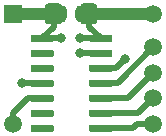
<source format=gbr>
G04 #@! TF.GenerationSoftware,KiCad,Pcbnew,(5.1.2)-2*
G04 #@! TF.CreationDate,2019-10-19T23:40:13+02:00*
G04 #@! TF.ProjectId,PlayStation 1 Reset Mod,506c6179-5374-4617-9469-6f6e20312052,rev?*
G04 #@! TF.SameCoordinates,Original*
G04 #@! TF.FileFunction,Copper,L1,Top*
G04 #@! TF.FilePolarity,Positive*
%FSLAX46Y46*%
G04 Gerber Fmt 4.6, Leading zero omitted, Abs format (unit mm)*
G04 Created by KiCad (PCBNEW (5.1.2)-2) date 2019-10-19 23:40:13*
%MOMM*%
%LPD*%
G04 APERTURE LIST*
%ADD10C,0.100000*%
%ADD11C,0.950000*%
%ADD12C,1.500000*%
%ADD13R,1.500000X1.500000*%
%ADD14C,1.425000*%
%ADD15C,1.150000*%
%ADD16C,0.600000*%
%ADD17C,0.800000*%
%ADD18C,0.500000*%
%ADD19C,1.000000*%
G04 APERTURE END LIST*
D10*
G36*
X133441479Y-85140344D02*
G01*
X133464534Y-85143763D01*
X133487143Y-85149427D01*
X133509087Y-85157279D01*
X133530157Y-85167244D01*
X133550148Y-85179226D01*
X133568868Y-85193110D01*
X133586138Y-85208762D01*
X133601790Y-85226032D01*
X133615674Y-85244752D01*
X133627656Y-85264743D01*
X133637621Y-85285813D01*
X133645473Y-85307757D01*
X133651137Y-85330366D01*
X133654556Y-85353421D01*
X133655700Y-85376700D01*
X133655700Y-85851700D01*
X133654556Y-85874979D01*
X133651137Y-85898034D01*
X133645473Y-85920643D01*
X133637621Y-85942587D01*
X133627656Y-85963657D01*
X133615674Y-85983648D01*
X133601790Y-86002368D01*
X133586138Y-86019638D01*
X133568868Y-86035290D01*
X133550148Y-86049174D01*
X133530157Y-86061156D01*
X133509087Y-86071121D01*
X133487143Y-86078973D01*
X133464534Y-86084637D01*
X133441479Y-86088056D01*
X133418200Y-86089200D01*
X132843200Y-86089200D01*
X132819921Y-86088056D01*
X132796866Y-86084637D01*
X132774257Y-86078973D01*
X132752313Y-86071121D01*
X132731243Y-86061156D01*
X132711252Y-86049174D01*
X132692532Y-86035290D01*
X132675262Y-86019638D01*
X132659610Y-86002368D01*
X132645726Y-85983648D01*
X132633744Y-85963657D01*
X132623779Y-85942587D01*
X132615927Y-85920643D01*
X132610263Y-85898034D01*
X132606844Y-85874979D01*
X132605700Y-85851700D01*
X132605700Y-85376700D01*
X132606844Y-85353421D01*
X132610263Y-85330366D01*
X132615927Y-85307757D01*
X132623779Y-85285813D01*
X132633744Y-85264743D01*
X132645726Y-85244752D01*
X132659610Y-85226032D01*
X132675262Y-85208762D01*
X132692532Y-85193110D01*
X132711252Y-85179226D01*
X132731243Y-85167244D01*
X132752313Y-85157279D01*
X132774257Y-85149427D01*
X132796866Y-85143763D01*
X132819921Y-85140344D01*
X132843200Y-85139200D01*
X133418200Y-85139200D01*
X133441479Y-85140344D01*
X133441479Y-85140344D01*
G37*
D11*
X133130700Y-85614200D03*
D10*
G36*
X131691479Y-85140344D02*
G01*
X131714534Y-85143763D01*
X131737143Y-85149427D01*
X131759087Y-85157279D01*
X131780157Y-85167244D01*
X131800148Y-85179226D01*
X131818868Y-85193110D01*
X131836138Y-85208762D01*
X131851790Y-85226032D01*
X131865674Y-85244752D01*
X131877656Y-85264743D01*
X131887621Y-85285813D01*
X131895473Y-85307757D01*
X131901137Y-85330366D01*
X131904556Y-85353421D01*
X131905700Y-85376700D01*
X131905700Y-85851700D01*
X131904556Y-85874979D01*
X131901137Y-85898034D01*
X131895473Y-85920643D01*
X131887621Y-85942587D01*
X131877656Y-85963657D01*
X131865674Y-85983648D01*
X131851790Y-86002368D01*
X131836138Y-86019638D01*
X131818868Y-86035290D01*
X131800148Y-86049174D01*
X131780157Y-86061156D01*
X131759087Y-86071121D01*
X131737143Y-86078973D01*
X131714534Y-86084637D01*
X131691479Y-86088056D01*
X131668200Y-86089200D01*
X131093200Y-86089200D01*
X131069921Y-86088056D01*
X131046866Y-86084637D01*
X131024257Y-86078973D01*
X131002313Y-86071121D01*
X130981243Y-86061156D01*
X130961252Y-86049174D01*
X130942532Y-86035290D01*
X130925262Y-86019638D01*
X130909610Y-86002368D01*
X130895726Y-85983648D01*
X130883744Y-85963657D01*
X130873779Y-85942587D01*
X130865927Y-85920643D01*
X130860263Y-85898034D01*
X130856844Y-85874979D01*
X130855700Y-85851700D01*
X130855700Y-85376700D01*
X130856844Y-85353421D01*
X130860263Y-85330366D01*
X130865927Y-85307757D01*
X130873779Y-85285813D01*
X130883744Y-85264743D01*
X130895726Y-85244752D01*
X130909610Y-85226032D01*
X130925262Y-85208762D01*
X130942532Y-85193110D01*
X130961252Y-85179226D01*
X130981243Y-85167244D01*
X131002313Y-85157279D01*
X131024257Y-85149427D01*
X131046866Y-85143763D01*
X131069921Y-85140344D01*
X131093200Y-85139200D01*
X131668200Y-85139200D01*
X131691479Y-85140344D01*
X131691479Y-85140344D01*
G37*
D11*
X131380700Y-85614200D03*
D12*
X139191500Y-94936000D03*
X139191500Y-88459000D03*
D13*
X127317000Y-85665000D03*
D12*
X139191500Y-85598000D03*
X127317000Y-94936000D03*
X139191500Y-92777000D03*
X139191500Y-90618000D03*
D10*
G36*
X131255204Y-84740404D02*
G01*
X131279473Y-84744004D01*
X131303271Y-84749965D01*
X131326371Y-84758230D01*
X131348549Y-84768720D01*
X131369593Y-84781333D01*
X131389298Y-84795947D01*
X131407477Y-84812423D01*
X131423953Y-84830602D01*
X131438567Y-84850307D01*
X131451180Y-84871351D01*
X131461670Y-84893529D01*
X131469935Y-84916629D01*
X131475896Y-84940427D01*
X131479496Y-84964696D01*
X131480700Y-84989200D01*
X131480700Y-86239200D01*
X131479496Y-86263704D01*
X131475896Y-86287973D01*
X131469935Y-86311771D01*
X131461670Y-86334871D01*
X131451180Y-86357049D01*
X131438567Y-86378093D01*
X131423953Y-86397798D01*
X131407477Y-86415977D01*
X131389298Y-86432453D01*
X131369593Y-86447067D01*
X131348549Y-86459680D01*
X131326371Y-86470170D01*
X131303271Y-86478435D01*
X131279473Y-86484396D01*
X131255204Y-86487996D01*
X131230700Y-86489200D01*
X130305700Y-86489200D01*
X130281196Y-86487996D01*
X130256927Y-86484396D01*
X130233129Y-86478435D01*
X130210029Y-86470170D01*
X130187851Y-86459680D01*
X130166807Y-86447067D01*
X130147102Y-86432453D01*
X130128923Y-86415977D01*
X130112447Y-86397798D01*
X130097833Y-86378093D01*
X130085220Y-86357049D01*
X130074730Y-86334871D01*
X130066465Y-86311771D01*
X130060504Y-86287973D01*
X130056904Y-86263704D01*
X130055700Y-86239200D01*
X130055700Y-84989200D01*
X130056904Y-84964696D01*
X130060504Y-84940427D01*
X130066465Y-84916629D01*
X130074730Y-84893529D01*
X130085220Y-84871351D01*
X130097833Y-84850307D01*
X130112447Y-84830602D01*
X130128923Y-84812423D01*
X130147102Y-84795947D01*
X130166807Y-84781333D01*
X130187851Y-84768720D01*
X130210029Y-84758230D01*
X130233129Y-84749965D01*
X130256927Y-84744004D01*
X130281196Y-84740404D01*
X130305700Y-84739200D01*
X131230700Y-84739200D01*
X131255204Y-84740404D01*
X131255204Y-84740404D01*
G37*
D14*
X130768200Y-85614200D03*
D10*
G36*
X134230204Y-84740404D02*
G01*
X134254473Y-84744004D01*
X134278271Y-84749965D01*
X134301371Y-84758230D01*
X134323549Y-84768720D01*
X134344593Y-84781333D01*
X134364298Y-84795947D01*
X134382477Y-84812423D01*
X134398953Y-84830602D01*
X134413567Y-84850307D01*
X134426180Y-84871351D01*
X134436670Y-84893529D01*
X134444935Y-84916629D01*
X134450896Y-84940427D01*
X134454496Y-84964696D01*
X134455700Y-84989200D01*
X134455700Y-86239200D01*
X134454496Y-86263704D01*
X134450896Y-86287973D01*
X134444935Y-86311771D01*
X134436670Y-86334871D01*
X134426180Y-86357049D01*
X134413567Y-86378093D01*
X134398953Y-86397798D01*
X134382477Y-86415977D01*
X134364298Y-86432453D01*
X134344593Y-86447067D01*
X134323549Y-86459680D01*
X134301371Y-86470170D01*
X134278271Y-86478435D01*
X134254473Y-86484396D01*
X134230204Y-86487996D01*
X134205700Y-86489200D01*
X133280700Y-86489200D01*
X133256196Y-86487996D01*
X133231927Y-86484396D01*
X133208129Y-86478435D01*
X133185029Y-86470170D01*
X133162851Y-86459680D01*
X133141807Y-86447067D01*
X133122102Y-86432453D01*
X133103923Y-86415977D01*
X133087447Y-86397798D01*
X133072833Y-86378093D01*
X133060220Y-86357049D01*
X133049730Y-86334871D01*
X133041465Y-86311771D01*
X133035504Y-86287973D01*
X133031904Y-86263704D01*
X133030700Y-86239200D01*
X133030700Y-84989200D01*
X133031904Y-84964696D01*
X133035504Y-84940427D01*
X133041465Y-84916629D01*
X133049730Y-84893529D01*
X133060220Y-84871351D01*
X133072833Y-84850307D01*
X133087447Y-84830602D01*
X133103923Y-84812423D01*
X133122102Y-84795947D01*
X133141807Y-84781333D01*
X133162851Y-84768720D01*
X133185029Y-84758230D01*
X133208129Y-84749965D01*
X133231927Y-84744004D01*
X133256196Y-84740404D01*
X133280700Y-84739200D01*
X134205700Y-84739200D01*
X134230204Y-84740404D01*
X134230204Y-84740404D01*
G37*
D14*
X133743200Y-85614200D03*
D10*
G36*
X131580205Y-84915404D02*
G01*
X131604473Y-84919004D01*
X131628272Y-84924965D01*
X131651371Y-84933230D01*
X131673550Y-84943720D01*
X131694593Y-84956332D01*
X131714299Y-84970947D01*
X131732477Y-84987423D01*
X131748953Y-85005601D01*
X131763568Y-85025307D01*
X131776180Y-85046350D01*
X131786670Y-85068529D01*
X131794935Y-85091628D01*
X131800896Y-85115427D01*
X131804496Y-85139695D01*
X131805700Y-85164199D01*
X131805700Y-86064201D01*
X131804496Y-86088705D01*
X131800896Y-86112973D01*
X131794935Y-86136772D01*
X131786670Y-86159871D01*
X131776180Y-86182050D01*
X131763568Y-86203093D01*
X131748953Y-86222799D01*
X131732477Y-86240977D01*
X131714299Y-86257453D01*
X131694593Y-86272068D01*
X131673550Y-86284680D01*
X131651371Y-86295170D01*
X131628272Y-86303435D01*
X131604473Y-86309396D01*
X131580205Y-86312996D01*
X131555701Y-86314200D01*
X130905699Y-86314200D01*
X130881195Y-86312996D01*
X130856927Y-86309396D01*
X130833128Y-86303435D01*
X130810029Y-86295170D01*
X130787850Y-86284680D01*
X130766807Y-86272068D01*
X130747101Y-86257453D01*
X130728923Y-86240977D01*
X130712447Y-86222799D01*
X130697832Y-86203093D01*
X130685220Y-86182050D01*
X130674730Y-86159871D01*
X130666465Y-86136772D01*
X130660504Y-86112973D01*
X130656904Y-86088705D01*
X130655700Y-86064201D01*
X130655700Y-85164199D01*
X130656904Y-85139695D01*
X130660504Y-85115427D01*
X130666465Y-85091628D01*
X130674730Y-85068529D01*
X130685220Y-85046350D01*
X130697832Y-85025307D01*
X130712447Y-85005601D01*
X130728923Y-84987423D01*
X130747101Y-84970947D01*
X130766807Y-84956332D01*
X130787850Y-84943720D01*
X130810029Y-84933230D01*
X130833128Y-84924965D01*
X130856927Y-84919004D01*
X130881195Y-84915404D01*
X130905699Y-84914200D01*
X131555701Y-84914200D01*
X131580205Y-84915404D01*
X131580205Y-84915404D01*
G37*
D15*
X131230700Y-85614200D03*
D10*
G36*
X133630205Y-84915404D02*
G01*
X133654473Y-84919004D01*
X133678272Y-84924965D01*
X133701371Y-84933230D01*
X133723550Y-84943720D01*
X133744593Y-84956332D01*
X133764299Y-84970947D01*
X133782477Y-84987423D01*
X133798953Y-85005601D01*
X133813568Y-85025307D01*
X133826180Y-85046350D01*
X133836670Y-85068529D01*
X133844935Y-85091628D01*
X133850896Y-85115427D01*
X133854496Y-85139695D01*
X133855700Y-85164199D01*
X133855700Y-86064201D01*
X133854496Y-86088705D01*
X133850896Y-86112973D01*
X133844935Y-86136772D01*
X133836670Y-86159871D01*
X133826180Y-86182050D01*
X133813568Y-86203093D01*
X133798953Y-86222799D01*
X133782477Y-86240977D01*
X133764299Y-86257453D01*
X133744593Y-86272068D01*
X133723550Y-86284680D01*
X133701371Y-86295170D01*
X133678272Y-86303435D01*
X133654473Y-86309396D01*
X133630205Y-86312996D01*
X133605701Y-86314200D01*
X132955699Y-86314200D01*
X132931195Y-86312996D01*
X132906927Y-86309396D01*
X132883128Y-86303435D01*
X132860029Y-86295170D01*
X132837850Y-86284680D01*
X132816807Y-86272068D01*
X132797101Y-86257453D01*
X132778923Y-86240977D01*
X132762447Y-86222799D01*
X132747832Y-86203093D01*
X132735220Y-86182050D01*
X132724730Y-86159871D01*
X132716465Y-86136772D01*
X132710504Y-86112973D01*
X132706904Y-86088705D01*
X132705700Y-86064201D01*
X132705700Y-85164199D01*
X132706904Y-85139695D01*
X132710504Y-85115427D01*
X132716465Y-85091628D01*
X132724730Y-85068529D01*
X132735220Y-85046350D01*
X132747832Y-85025307D01*
X132762447Y-85005601D01*
X132778923Y-84987423D01*
X132797101Y-84970947D01*
X132816807Y-84956332D01*
X132837850Y-84943720D01*
X132860029Y-84933230D01*
X132883128Y-84924965D01*
X132906927Y-84919004D01*
X132931195Y-84915404D01*
X132955699Y-84914200D01*
X133605701Y-84914200D01*
X133630205Y-84915404D01*
X133630205Y-84915404D01*
G37*
D15*
X133280700Y-85614200D03*
D10*
G36*
X130634703Y-87397722D02*
G01*
X130649264Y-87399882D01*
X130663543Y-87403459D01*
X130677403Y-87408418D01*
X130690710Y-87414712D01*
X130703336Y-87422280D01*
X130715159Y-87431048D01*
X130726066Y-87440934D01*
X130735952Y-87451841D01*
X130744720Y-87463664D01*
X130752288Y-87476290D01*
X130758582Y-87489597D01*
X130763541Y-87503457D01*
X130767118Y-87517736D01*
X130769278Y-87532297D01*
X130770000Y-87547000D01*
X130770000Y-87847000D01*
X130769278Y-87861703D01*
X130767118Y-87876264D01*
X130763541Y-87890543D01*
X130758582Y-87904403D01*
X130752288Y-87917710D01*
X130744720Y-87930336D01*
X130735952Y-87942159D01*
X130726066Y-87953066D01*
X130715159Y-87962952D01*
X130703336Y-87971720D01*
X130690710Y-87979288D01*
X130677403Y-87985582D01*
X130663543Y-87990541D01*
X130649264Y-87994118D01*
X130634703Y-87996278D01*
X130620000Y-87997000D01*
X128970000Y-87997000D01*
X128955297Y-87996278D01*
X128940736Y-87994118D01*
X128926457Y-87990541D01*
X128912597Y-87985582D01*
X128899290Y-87979288D01*
X128886664Y-87971720D01*
X128874841Y-87962952D01*
X128863934Y-87953066D01*
X128854048Y-87942159D01*
X128845280Y-87930336D01*
X128837712Y-87917710D01*
X128831418Y-87904403D01*
X128826459Y-87890543D01*
X128822882Y-87876264D01*
X128820722Y-87861703D01*
X128820000Y-87847000D01*
X128820000Y-87547000D01*
X128820722Y-87532297D01*
X128822882Y-87517736D01*
X128826459Y-87503457D01*
X128831418Y-87489597D01*
X128837712Y-87476290D01*
X128845280Y-87463664D01*
X128854048Y-87451841D01*
X128863934Y-87440934D01*
X128874841Y-87431048D01*
X128886664Y-87422280D01*
X128899290Y-87414712D01*
X128912597Y-87408418D01*
X128926457Y-87403459D01*
X128940736Y-87399882D01*
X128955297Y-87397722D01*
X128970000Y-87397000D01*
X130620000Y-87397000D01*
X130634703Y-87397722D01*
X130634703Y-87397722D01*
G37*
D16*
X129795000Y-87697000D03*
D10*
G36*
X130634703Y-88667722D02*
G01*
X130649264Y-88669882D01*
X130663543Y-88673459D01*
X130677403Y-88678418D01*
X130690710Y-88684712D01*
X130703336Y-88692280D01*
X130715159Y-88701048D01*
X130726066Y-88710934D01*
X130735952Y-88721841D01*
X130744720Y-88733664D01*
X130752288Y-88746290D01*
X130758582Y-88759597D01*
X130763541Y-88773457D01*
X130767118Y-88787736D01*
X130769278Y-88802297D01*
X130770000Y-88817000D01*
X130770000Y-89117000D01*
X130769278Y-89131703D01*
X130767118Y-89146264D01*
X130763541Y-89160543D01*
X130758582Y-89174403D01*
X130752288Y-89187710D01*
X130744720Y-89200336D01*
X130735952Y-89212159D01*
X130726066Y-89223066D01*
X130715159Y-89232952D01*
X130703336Y-89241720D01*
X130690710Y-89249288D01*
X130677403Y-89255582D01*
X130663543Y-89260541D01*
X130649264Y-89264118D01*
X130634703Y-89266278D01*
X130620000Y-89267000D01*
X128970000Y-89267000D01*
X128955297Y-89266278D01*
X128940736Y-89264118D01*
X128926457Y-89260541D01*
X128912597Y-89255582D01*
X128899290Y-89249288D01*
X128886664Y-89241720D01*
X128874841Y-89232952D01*
X128863934Y-89223066D01*
X128854048Y-89212159D01*
X128845280Y-89200336D01*
X128837712Y-89187710D01*
X128831418Y-89174403D01*
X128826459Y-89160543D01*
X128822882Y-89146264D01*
X128820722Y-89131703D01*
X128820000Y-89117000D01*
X128820000Y-88817000D01*
X128820722Y-88802297D01*
X128822882Y-88787736D01*
X128826459Y-88773457D01*
X128831418Y-88759597D01*
X128837712Y-88746290D01*
X128845280Y-88733664D01*
X128854048Y-88721841D01*
X128863934Y-88710934D01*
X128874841Y-88701048D01*
X128886664Y-88692280D01*
X128899290Y-88684712D01*
X128912597Y-88678418D01*
X128926457Y-88673459D01*
X128940736Y-88669882D01*
X128955297Y-88667722D01*
X128970000Y-88667000D01*
X130620000Y-88667000D01*
X130634703Y-88667722D01*
X130634703Y-88667722D01*
G37*
D16*
X129795000Y-88967000D03*
D10*
G36*
X130634703Y-89937722D02*
G01*
X130649264Y-89939882D01*
X130663543Y-89943459D01*
X130677403Y-89948418D01*
X130690710Y-89954712D01*
X130703336Y-89962280D01*
X130715159Y-89971048D01*
X130726066Y-89980934D01*
X130735952Y-89991841D01*
X130744720Y-90003664D01*
X130752288Y-90016290D01*
X130758582Y-90029597D01*
X130763541Y-90043457D01*
X130767118Y-90057736D01*
X130769278Y-90072297D01*
X130770000Y-90087000D01*
X130770000Y-90387000D01*
X130769278Y-90401703D01*
X130767118Y-90416264D01*
X130763541Y-90430543D01*
X130758582Y-90444403D01*
X130752288Y-90457710D01*
X130744720Y-90470336D01*
X130735952Y-90482159D01*
X130726066Y-90493066D01*
X130715159Y-90502952D01*
X130703336Y-90511720D01*
X130690710Y-90519288D01*
X130677403Y-90525582D01*
X130663543Y-90530541D01*
X130649264Y-90534118D01*
X130634703Y-90536278D01*
X130620000Y-90537000D01*
X128970000Y-90537000D01*
X128955297Y-90536278D01*
X128940736Y-90534118D01*
X128926457Y-90530541D01*
X128912597Y-90525582D01*
X128899290Y-90519288D01*
X128886664Y-90511720D01*
X128874841Y-90502952D01*
X128863934Y-90493066D01*
X128854048Y-90482159D01*
X128845280Y-90470336D01*
X128837712Y-90457710D01*
X128831418Y-90444403D01*
X128826459Y-90430543D01*
X128822882Y-90416264D01*
X128820722Y-90401703D01*
X128820000Y-90387000D01*
X128820000Y-90087000D01*
X128820722Y-90072297D01*
X128822882Y-90057736D01*
X128826459Y-90043457D01*
X128831418Y-90029597D01*
X128837712Y-90016290D01*
X128845280Y-90003664D01*
X128854048Y-89991841D01*
X128863934Y-89980934D01*
X128874841Y-89971048D01*
X128886664Y-89962280D01*
X128899290Y-89954712D01*
X128912597Y-89948418D01*
X128926457Y-89943459D01*
X128940736Y-89939882D01*
X128955297Y-89937722D01*
X128970000Y-89937000D01*
X130620000Y-89937000D01*
X130634703Y-89937722D01*
X130634703Y-89937722D01*
G37*
D16*
X129795000Y-90237000D03*
D10*
G36*
X130634703Y-91207722D02*
G01*
X130649264Y-91209882D01*
X130663543Y-91213459D01*
X130677403Y-91218418D01*
X130690710Y-91224712D01*
X130703336Y-91232280D01*
X130715159Y-91241048D01*
X130726066Y-91250934D01*
X130735952Y-91261841D01*
X130744720Y-91273664D01*
X130752288Y-91286290D01*
X130758582Y-91299597D01*
X130763541Y-91313457D01*
X130767118Y-91327736D01*
X130769278Y-91342297D01*
X130770000Y-91357000D01*
X130770000Y-91657000D01*
X130769278Y-91671703D01*
X130767118Y-91686264D01*
X130763541Y-91700543D01*
X130758582Y-91714403D01*
X130752288Y-91727710D01*
X130744720Y-91740336D01*
X130735952Y-91752159D01*
X130726066Y-91763066D01*
X130715159Y-91772952D01*
X130703336Y-91781720D01*
X130690710Y-91789288D01*
X130677403Y-91795582D01*
X130663543Y-91800541D01*
X130649264Y-91804118D01*
X130634703Y-91806278D01*
X130620000Y-91807000D01*
X128970000Y-91807000D01*
X128955297Y-91806278D01*
X128940736Y-91804118D01*
X128926457Y-91800541D01*
X128912597Y-91795582D01*
X128899290Y-91789288D01*
X128886664Y-91781720D01*
X128874841Y-91772952D01*
X128863934Y-91763066D01*
X128854048Y-91752159D01*
X128845280Y-91740336D01*
X128837712Y-91727710D01*
X128831418Y-91714403D01*
X128826459Y-91700543D01*
X128822882Y-91686264D01*
X128820722Y-91671703D01*
X128820000Y-91657000D01*
X128820000Y-91357000D01*
X128820722Y-91342297D01*
X128822882Y-91327736D01*
X128826459Y-91313457D01*
X128831418Y-91299597D01*
X128837712Y-91286290D01*
X128845280Y-91273664D01*
X128854048Y-91261841D01*
X128863934Y-91250934D01*
X128874841Y-91241048D01*
X128886664Y-91232280D01*
X128899290Y-91224712D01*
X128912597Y-91218418D01*
X128926457Y-91213459D01*
X128940736Y-91209882D01*
X128955297Y-91207722D01*
X128970000Y-91207000D01*
X130620000Y-91207000D01*
X130634703Y-91207722D01*
X130634703Y-91207722D01*
G37*
D16*
X129795000Y-91507000D03*
D10*
G36*
X130634703Y-92477722D02*
G01*
X130649264Y-92479882D01*
X130663543Y-92483459D01*
X130677403Y-92488418D01*
X130690710Y-92494712D01*
X130703336Y-92502280D01*
X130715159Y-92511048D01*
X130726066Y-92520934D01*
X130735952Y-92531841D01*
X130744720Y-92543664D01*
X130752288Y-92556290D01*
X130758582Y-92569597D01*
X130763541Y-92583457D01*
X130767118Y-92597736D01*
X130769278Y-92612297D01*
X130770000Y-92627000D01*
X130770000Y-92927000D01*
X130769278Y-92941703D01*
X130767118Y-92956264D01*
X130763541Y-92970543D01*
X130758582Y-92984403D01*
X130752288Y-92997710D01*
X130744720Y-93010336D01*
X130735952Y-93022159D01*
X130726066Y-93033066D01*
X130715159Y-93042952D01*
X130703336Y-93051720D01*
X130690710Y-93059288D01*
X130677403Y-93065582D01*
X130663543Y-93070541D01*
X130649264Y-93074118D01*
X130634703Y-93076278D01*
X130620000Y-93077000D01*
X128970000Y-93077000D01*
X128955297Y-93076278D01*
X128940736Y-93074118D01*
X128926457Y-93070541D01*
X128912597Y-93065582D01*
X128899290Y-93059288D01*
X128886664Y-93051720D01*
X128874841Y-93042952D01*
X128863934Y-93033066D01*
X128854048Y-93022159D01*
X128845280Y-93010336D01*
X128837712Y-92997710D01*
X128831418Y-92984403D01*
X128826459Y-92970543D01*
X128822882Y-92956264D01*
X128820722Y-92941703D01*
X128820000Y-92927000D01*
X128820000Y-92627000D01*
X128820722Y-92612297D01*
X128822882Y-92597736D01*
X128826459Y-92583457D01*
X128831418Y-92569597D01*
X128837712Y-92556290D01*
X128845280Y-92543664D01*
X128854048Y-92531841D01*
X128863934Y-92520934D01*
X128874841Y-92511048D01*
X128886664Y-92502280D01*
X128899290Y-92494712D01*
X128912597Y-92488418D01*
X128926457Y-92483459D01*
X128940736Y-92479882D01*
X128955297Y-92477722D01*
X128970000Y-92477000D01*
X130620000Y-92477000D01*
X130634703Y-92477722D01*
X130634703Y-92477722D01*
G37*
D16*
X129795000Y-92777000D03*
D10*
G36*
X130634703Y-93747722D02*
G01*
X130649264Y-93749882D01*
X130663543Y-93753459D01*
X130677403Y-93758418D01*
X130690710Y-93764712D01*
X130703336Y-93772280D01*
X130715159Y-93781048D01*
X130726066Y-93790934D01*
X130735952Y-93801841D01*
X130744720Y-93813664D01*
X130752288Y-93826290D01*
X130758582Y-93839597D01*
X130763541Y-93853457D01*
X130767118Y-93867736D01*
X130769278Y-93882297D01*
X130770000Y-93897000D01*
X130770000Y-94197000D01*
X130769278Y-94211703D01*
X130767118Y-94226264D01*
X130763541Y-94240543D01*
X130758582Y-94254403D01*
X130752288Y-94267710D01*
X130744720Y-94280336D01*
X130735952Y-94292159D01*
X130726066Y-94303066D01*
X130715159Y-94312952D01*
X130703336Y-94321720D01*
X130690710Y-94329288D01*
X130677403Y-94335582D01*
X130663543Y-94340541D01*
X130649264Y-94344118D01*
X130634703Y-94346278D01*
X130620000Y-94347000D01*
X128970000Y-94347000D01*
X128955297Y-94346278D01*
X128940736Y-94344118D01*
X128926457Y-94340541D01*
X128912597Y-94335582D01*
X128899290Y-94329288D01*
X128886664Y-94321720D01*
X128874841Y-94312952D01*
X128863934Y-94303066D01*
X128854048Y-94292159D01*
X128845280Y-94280336D01*
X128837712Y-94267710D01*
X128831418Y-94254403D01*
X128826459Y-94240543D01*
X128822882Y-94226264D01*
X128820722Y-94211703D01*
X128820000Y-94197000D01*
X128820000Y-93897000D01*
X128820722Y-93882297D01*
X128822882Y-93867736D01*
X128826459Y-93853457D01*
X128831418Y-93839597D01*
X128837712Y-93826290D01*
X128845280Y-93813664D01*
X128854048Y-93801841D01*
X128863934Y-93790934D01*
X128874841Y-93781048D01*
X128886664Y-93772280D01*
X128899290Y-93764712D01*
X128912597Y-93758418D01*
X128926457Y-93753459D01*
X128940736Y-93749882D01*
X128955297Y-93747722D01*
X128970000Y-93747000D01*
X130620000Y-93747000D01*
X130634703Y-93747722D01*
X130634703Y-93747722D01*
G37*
D16*
X129795000Y-94047000D03*
D10*
G36*
X130634703Y-95017722D02*
G01*
X130649264Y-95019882D01*
X130663543Y-95023459D01*
X130677403Y-95028418D01*
X130690710Y-95034712D01*
X130703336Y-95042280D01*
X130715159Y-95051048D01*
X130726066Y-95060934D01*
X130735952Y-95071841D01*
X130744720Y-95083664D01*
X130752288Y-95096290D01*
X130758582Y-95109597D01*
X130763541Y-95123457D01*
X130767118Y-95137736D01*
X130769278Y-95152297D01*
X130770000Y-95167000D01*
X130770000Y-95467000D01*
X130769278Y-95481703D01*
X130767118Y-95496264D01*
X130763541Y-95510543D01*
X130758582Y-95524403D01*
X130752288Y-95537710D01*
X130744720Y-95550336D01*
X130735952Y-95562159D01*
X130726066Y-95573066D01*
X130715159Y-95582952D01*
X130703336Y-95591720D01*
X130690710Y-95599288D01*
X130677403Y-95605582D01*
X130663543Y-95610541D01*
X130649264Y-95614118D01*
X130634703Y-95616278D01*
X130620000Y-95617000D01*
X128970000Y-95617000D01*
X128955297Y-95616278D01*
X128940736Y-95614118D01*
X128926457Y-95610541D01*
X128912597Y-95605582D01*
X128899290Y-95599288D01*
X128886664Y-95591720D01*
X128874841Y-95582952D01*
X128863934Y-95573066D01*
X128854048Y-95562159D01*
X128845280Y-95550336D01*
X128837712Y-95537710D01*
X128831418Y-95524403D01*
X128826459Y-95510543D01*
X128822882Y-95496264D01*
X128820722Y-95481703D01*
X128820000Y-95467000D01*
X128820000Y-95167000D01*
X128820722Y-95152297D01*
X128822882Y-95137736D01*
X128826459Y-95123457D01*
X128831418Y-95109597D01*
X128837712Y-95096290D01*
X128845280Y-95083664D01*
X128854048Y-95071841D01*
X128863934Y-95060934D01*
X128874841Y-95051048D01*
X128886664Y-95042280D01*
X128899290Y-95034712D01*
X128912597Y-95028418D01*
X128926457Y-95023459D01*
X128940736Y-95019882D01*
X128955297Y-95017722D01*
X128970000Y-95017000D01*
X130620000Y-95017000D01*
X130634703Y-95017722D01*
X130634703Y-95017722D01*
G37*
D16*
X129795000Y-95317000D03*
D10*
G36*
X135584703Y-95017722D02*
G01*
X135599264Y-95019882D01*
X135613543Y-95023459D01*
X135627403Y-95028418D01*
X135640710Y-95034712D01*
X135653336Y-95042280D01*
X135665159Y-95051048D01*
X135676066Y-95060934D01*
X135685952Y-95071841D01*
X135694720Y-95083664D01*
X135702288Y-95096290D01*
X135708582Y-95109597D01*
X135713541Y-95123457D01*
X135717118Y-95137736D01*
X135719278Y-95152297D01*
X135720000Y-95167000D01*
X135720000Y-95467000D01*
X135719278Y-95481703D01*
X135717118Y-95496264D01*
X135713541Y-95510543D01*
X135708582Y-95524403D01*
X135702288Y-95537710D01*
X135694720Y-95550336D01*
X135685952Y-95562159D01*
X135676066Y-95573066D01*
X135665159Y-95582952D01*
X135653336Y-95591720D01*
X135640710Y-95599288D01*
X135627403Y-95605582D01*
X135613543Y-95610541D01*
X135599264Y-95614118D01*
X135584703Y-95616278D01*
X135570000Y-95617000D01*
X133920000Y-95617000D01*
X133905297Y-95616278D01*
X133890736Y-95614118D01*
X133876457Y-95610541D01*
X133862597Y-95605582D01*
X133849290Y-95599288D01*
X133836664Y-95591720D01*
X133824841Y-95582952D01*
X133813934Y-95573066D01*
X133804048Y-95562159D01*
X133795280Y-95550336D01*
X133787712Y-95537710D01*
X133781418Y-95524403D01*
X133776459Y-95510543D01*
X133772882Y-95496264D01*
X133770722Y-95481703D01*
X133770000Y-95467000D01*
X133770000Y-95167000D01*
X133770722Y-95152297D01*
X133772882Y-95137736D01*
X133776459Y-95123457D01*
X133781418Y-95109597D01*
X133787712Y-95096290D01*
X133795280Y-95083664D01*
X133804048Y-95071841D01*
X133813934Y-95060934D01*
X133824841Y-95051048D01*
X133836664Y-95042280D01*
X133849290Y-95034712D01*
X133862597Y-95028418D01*
X133876457Y-95023459D01*
X133890736Y-95019882D01*
X133905297Y-95017722D01*
X133920000Y-95017000D01*
X135570000Y-95017000D01*
X135584703Y-95017722D01*
X135584703Y-95017722D01*
G37*
D16*
X134745000Y-95317000D03*
D10*
G36*
X135584703Y-93747722D02*
G01*
X135599264Y-93749882D01*
X135613543Y-93753459D01*
X135627403Y-93758418D01*
X135640710Y-93764712D01*
X135653336Y-93772280D01*
X135665159Y-93781048D01*
X135676066Y-93790934D01*
X135685952Y-93801841D01*
X135694720Y-93813664D01*
X135702288Y-93826290D01*
X135708582Y-93839597D01*
X135713541Y-93853457D01*
X135717118Y-93867736D01*
X135719278Y-93882297D01*
X135720000Y-93897000D01*
X135720000Y-94197000D01*
X135719278Y-94211703D01*
X135717118Y-94226264D01*
X135713541Y-94240543D01*
X135708582Y-94254403D01*
X135702288Y-94267710D01*
X135694720Y-94280336D01*
X135685952Y-94292159D01*
X135676066Y-94303066D01*
X135665159Y-94312952D01*
X135653336Y-94321720D01*
X135640710Y-94329288D01*
X135627403Y-94335582D01*
X135613543Y-94340541D01*
X135599264Y-94344118D01*
X135584703Y-94346278D01*
X135570000Y-94347000D01*
X133920000Y-94347000D01*
X133905297Y-94346278D01*
X133890736Y-94344118D01*
X133876457Y-94340541D01*
X133862597Y-94335582D01*
X133849290Y-94329288D01*
X133836664Y-94321720D01*
X133824841Y-94312952D01*
X133813934Y-94303066D01*
X133804048Y-94292159D01*
X133795280Y-94280336D01*
X133787712Y-94267710D01*
X133781418Y-94254403D01*
X133776459Y-94240543D01*
X133772882Y-94226264D01*
X133770722Y-94211703D01*
X133770000Y-94197000D01*
X133770000Y-93897000D01*
X133770722Y-93882297D01*
X133772882Y-93867736D01*
X133776459Y-93853457D01*
X133781418Y-93839597D01*
X133787712Y-93826290D01*
X133795280Y-93813664D01*
X133804048Y-93801841D01*
X133813934Y-93790934D01*
X133824841Y-93781048D01*
X133836664Y-93772280D01*
X133849290Y-93764712D01*
X133862597Y-93758418D01*
X133876457Y-93753459D01*
X133890736Y-93749882D01*
X133905297Y-93747722D01*
X133920000Y-93747000D01*
X135570000Y-93747000D01*
X135584703Y-93747722D01*
X135584703Y-93747722D01*
G37*
D16*
X134745000Y-94047000D03*
D10*
G36*
X135584703Y-92477722D02*
G01*
X135599264Y-92479882D01*
X135613543Y-92483459D01*
X135627403Y-92488418D01*
X135640710Y-92494712D01*
X135653336Y-92502280D01*
X135665159Y-92511048D01*
X135676066Y-92520934D01*
X135685952Y-92531841D01*
X135694720Y-92543664D01*
X135702288Y-92556290D01*
X135708582Y-92569597D01*
X135713541Y-92583457D01*
X135717118Y-92597736D01*
X135719278Y-92612297D01*
X135720000Y-92627000D01*
X135720000Y-92927000D01*
X135719278Y-92941703D01*
X135717118Y-92956264D01*
X135713541Y-92970543D01*
X135708582Y-92984403D01*
X135702288Y-92997710D01*
X135694720Y-93010336D01*
X135685952Y-93022159D01*
X135676066Y-93033066D01*
X135665159Y-93042952D01*
X135653336Y-93051720D01*
X135640710Y-93059288D01*
X135627403Y-93065582D01*
X135613543Y-93070541D01*
X135599264Y-93074118D01*
X135584703Y-93076278D01*
X135570000Y-93077000D01*
X133920000Y-93077000D01*
X133905297Y-93076278D01*
X133890736Y-93074118D01*
X133876457Y-93070541D01*
X133862597Y-93065582D01*
X133849290Y-93059288D01*
X133836664Y-93051720D01*
X133824841Y-93042952D01*
X133813934Y-93033066D01*
X133804048Y-93022159D01*
X133795280Y-93010336D01*
X133787712Y-92997710D01*
X133781418Y-92984403D01*
X133776459Y-92970543D01*
X133772882Y-92956264D01*
X133770722Y-92941703D01*
X133770000Y-92927000D01*
X133770000Y-92627000D01*
X133770722Y-92612297D01*
X133772882Y-92597736D01*
X133776459Y-92583457D01*
X133781418Y-92569597D01*
X133787712Y-92556290D01*
X133795280Y-92543664D01*
X133804048Y-92531841D01*
X133813934Y-92520934D01*
X133824841Y-92511048D01*
X133836664Y-92502280D01*
X133849290Y-92494712D01*
X133862597Y-92488418D01*
X133876457Y-92483459D01*
X133890736Y-92479882D01*
X133905297Y-92477722D01*
X133920000Y-92477000D01*
X135570000Y-92477000D01*
X135584703Y-92477722D01*
X135584703Y-92477722D01*
G37*
D16*
X134745000Y-92777000D03*
D10*
G36*
X135584703Y-91207722D02*
G01*
X135599264Y-91209882D01*
X135613543Y-91213459D01*
X135627403Y-91218418D01*
X135640710Y-91224712D01*
X135653336Y-91232280D01*
X135665159Y-91241048D01*
X135676066Y-91250934D01*
X135685952Y-91261841D01*
X135694720Y-91273664D01*
X135702288Y-91286290D01*
X135708582Y-91299597D01*
X135713541Y-91313457D01*
X135717118Y-91327736D01*
X135719278Y-91342297D01*
X135720000Y-91357000D01*
X135720000Y-91657000D01*
X135719278Y-91671703D01*
X135717118Y-91686264D01*
X135713541Y-91700543D01*
X135708582Y-91714403D01*
X135702288Y-91727710D01*
X135694720Y-91740336D01*
X135685952Y-91752159D01*
X135676066Y-91763066D01*
X135665159Y-91772952D01*
X135653336Y-91781720D01*
X135640710Y-91789288D01*
X135627403Y-91795582D01*
X135613543Y-91800541D01*
X135599264Y-91804118D01*
X135584703Y-91806278D01*
X135570000Y-91807000D01*
X133920000Y-91807000D01*
X133905297Y-91806278D01*
X133890736Y-91804118D01*
X133876457Y-91800541D01*
X133862597Y-91795582D01*
X133849290Y-91789288D01*
X133836664Y-91781720D01*
X133824841Y-91772952D01*
X133813934Y-91763066D01*
X133804048Y-91752159D01*
X133795280Y-91740336D01*
X133787712Y-91727710D01*
X133781418Y-91714403D01*
X133776459Y-91700543D01*
X133772882Y-91686264D01*
X133770722Y-91671703D01*
X133770000Y-91657000D01*
X133770000Y-91357000D01*
X133770722Y-91342297D01*
X133772882Y-91327736D01*
X133776459Y-91313457D01*
X133781418Y-91299597D01*
X133787712Y-91286290D01*
X133795280Y-91273664D01*
X133804048Y-91261841D01*
X133813934Y-91250934D01*
X133824841Y-91241048D01*
X133836664Y-91232280D01*
X133849290Y-91224712D01*
X133862597Y-91218418D01*
X133876457Y-91213459D01*
X133890736Y-91209882D01*
X133905297Y-91207722D01*
X133920000Y-91207000D01*
X135570000Y-91207000D01*
X135584703Y-91207722D01*
X135584703Y-91207722D01*
G37*
D16*
X134745000Y-91507000D03*
D10*
G36*
X135584703Y-89937722D02*
G01*
X135599264Y-89939882D01*
X135613543Y-89943459D01*
X135627403Y-89948418D01*
X135640710Y-89954712D01*
X135653336Y-89962280D01*
X135665159Y-89971048D01*
X135676066Y-89980934D01*
X135685952Y-89991841D01*
X135694720Y-90003664D01*
X135702288Y-90016290D01*
X135708582Y-90029597D01*
X135713541Y-90043457D01*
X135717118Y-90057736D01*
X135719278Y-90072297D01*
X135720000Y-90087000D01*
X135720000Y-90387000D01*
X135719278Y-90401703D01*
X135717118Y-90416264D01*
X135713541Y-90430543D01*
X135708582Y-90444403D01*
X135702288Y-90457710D01*
X135694720Y-90470336D01*
X135685952Y-90482159D01*
X135676066Y-90493066D01*
X135665159Y-90502952D01*
X135653336Y-90511720D01*
X135640710Y-90519288D01*
X135627403Y-90525582D01*
X135613543Y-90530541D01*
X135599264Y-90534118D01*
X135584703Y-90536278D01*
X135570000Y-90537000D01*
X133920000Y-90537000D01*
X133905297Y-90536278D01*
X133890736Y-90534118D01*
X133876457Y-90530541D01*
X133862597Y-90525582D01*
X133849290Y-90519288D01*
X133836664Y-90511720D01*
X133824841Y-90502952D01*
X133813934Y-90493066D01*
X133804048Y-90482159D01*
X133795280Y-90470336D01*
X133787712Y-90457710D01*
X133781418Y-90444403D01*
X133776459Y-90430543D01*
X133772882Y-90416264D01*
X133770722Y-90401703D01*
X133770000Y-90387000D01*
X133770000Y-90087000D01*
X133770722Y-90072297D01*
X133772882Y-90057736D01*
X133776459Y-90043457D01*
X133781418Y-90029597D01*
X133787712Y-90016290D01*
X133795280Y-90003664D01*
X133804048Y-89991841D01*
X133813934Y-89980934D01*
X133824841Y-89971048D01*
X133836664Y-89962280D01*
X133849290Y-89954712D01*
X133862597Y-89948418D01*
X133876457Y-89943459D01*
X133890736Y-89939882D01*
X133905297Y-89937722D01*
X133920000Y-89937000D01*
X135570000Y-89937000D01*
X135584703Y-89937722D01*
X135584703Y-89937722D01*
G37*
D16*
X134745000Y-90237000D03*
D10*
G36*
X135584703Y-88667722D02*
G01*
X135599264Y-88669882D01*
X135613543Y-88673459D01*
X135627403Y-88678418D01*
X135640710Y-88684712D01*
X135653336Y-88692280D01*
X135665159Y-88701048D01*
X135676066Y-88710934D01*
X135685952Y-88721841D01*
X135694720Y-88733664D01*
X135702288Y-88746290D01*
X135708582Y-88759597D01*
X135713541Y-88773457D01*
X135717118Y-88787736D01*
X135719278Y-88802297D01*
X135720000Y-88817000D01*
X135720000Y-89117000D01*
X135719278Y-89131703D01*
X135717118Y-89146264D01*
X135713541Y-89160543D01*
X135708582Y-89174403D01*
X135702288Y-89187710D01*
X135694720Y-89200336D01*
X135685952Y-89212159D01*
X135676066Y-89223066D01*
X135665159Y-89232952D01*
X135653336Y-89241720D01*
X135640710Y-89249288D01*
X135627403Y-89255582D01*
X135613543Y-89260541D01*
X135599264Y-89264118D01*
X135584703Y-89266278D01*
X135570000Y-89267000D01*
X133920000Y-89267000D01*
X133905297Y-89266278D01*
X133890736Y-89264118D01*
X133876457Y-89260541D01*
X133862597Y-89255582D01*
X133849290Y-89249288D01*
X133836664Y-89241720D01*
X133824841Y-89232952D01*
X133813934Y-89223066D01*
X133804048Y-89212159D01*
X133795280Y-89200336D01*
X133787712Y-89187710D01*
X133781418Y-89174403D01*
X133776459Y-89160543D01*
X133772882Y-89146264D01*
X133770722Y-89131703D01*
X133770000Y-89117000D01*
X133770000Y-88817000D01*
X133770722Y-88802297D01*
X133772882Y-88787736D01*
X133776459Y-88773457D01*
X133781418Y-88759597D01*
X133787712Y-88746290D01*
X133795280Y-88733664D01*
X133804048Y-88721841D01*
X133813934Y-88710934D01*
X133824841Y-88701048D01*
X133836664Y-88692280D01*
X133849290Y-88684712D01*
X133862597Y-88678418D01*
X133876457Y-88673459D01*
X133890736Y-88669882D01*
X133905297Y-88667722D01*
X133920000Y-88667000D01*
X135570000Y-88667000D01*
X135584703Y-88667722D01*
X135584703Y-88667722D01*
G37*
D16*
X134745000Y-88967000D03*
D10*
G36*
X135584703Y-87397722D02*
G01*
X135599264Y-87399882D01*
X135613543Y-87403459D01*
X135627403Y-87408418D01*
X135640710Y-87414712D01*
X135653336Y-87422280D01*
X135665159Y-87431048D01*
X135676066Y-87440934D01*
X135685952Y-87451841D01*
X135694720Y-87463664D01*
X135702288Y-87476290D01*
X135708582Y-87489597D01*
X135713541Y-87503457D01*
X135717118Y-87517736D01*
X135719278Y-87532297D01*
X135720000Y-87547000D01*
X135720000Y-87847000D01*
X135719278Y-87861703D01*
X135717118Y-87876264D01*
X135713541Y-87890543D01*
X135708582Y-87904403D01*
X135702288Y-87917710D01*
X135694720Y-87930336D01*
X135685952Y-87942159D01*
X135676066Y-87953066D01*
X135665159Y-87962952D01*
X135653336Y-87971720D01*
X135640710Y-87979288D01*
X135627403Y-87985582D01*
X135613543Y-87990541D01*
X135599264Y-87994118D01*
X135584703Y-87996278D01*
X135570000Y-87997000D01*
X133920000Y-87997000D01*
X133905297Y-87996278D01*
X133890736Y-87994118D01*
X133876457Y-87990541D01*
X133862597Y-87985582D01*
X133849290Y-87979288D01*
X133836664Y-87971720D01*
X133824841Y-87962952D01*
X133813934Y-87953066D01*
X133804048Y-87942159D01*
X133795280Y-87930336D01*
X133787712Y-87917710D01*
X133781418Y-87904403D01*
X133776459Y-87890543D01*
X133772882Y-87876264D01*
X133770722Y-87861703D01*
X133770000Y-87847000D01*
X133770000Y-87547000D01*
X133770722Y-87532297D01*
X133772882Y-87517736D01*
X133776459Y-87503457D01*
X133781418Y-87489597D01*
X133787712Y-87476290D01*
X133795280Y-87463664D01*
X133804048Y-87451841D01*
X133813934Y-87440934D01*
X133824841Y-87431048D01*
X133836664Y-87422280D01*
X133849290Y-87414712D01*
X133862597Y-87408418D01*
X133876457Y-87403459D01*
X133890736Y-87399882D01*
X133905297Y-87397722D01*
X133920000Y-87397000D01*
X135570000Y-87397000D01*
X135584703Y-87397722D01*
X135584703Y-87397722D01*
G37*
D16*
X134745000Y-87697000D03*
D17*
X131371504Y-87697000D03*
X132969000Y-87706200D03*
X128117600Y-91516200D03*
X132969000Y-88950800D03*
X136778500Y-89475000D03*
D18*
X131241880Y-87697000D02*
X129795000Y-87697000D01*
X131371504Y-87697000D02*
X131241880Y-87697000D01*
X130965600Y-85538000D02*
X131067200Y-85639600D01*
D19*
X130615800Y-85665000D02*
X130666600Y-85614200D01*
X127317000Y-85665000D02*
X130615800Y-85665000D01*
D18*
X130768200Y-86589200D02*
X130768200Y-85614200D01*
X130768200Y-86723800D02*
X130768200Y-86589200D01*
X129795000Y-87697000D02*
X130768200Y-86723800D01*
X132978200Y-87697000D02*
X132969000Y-87706200D01*
X134745000Y-87697000D02*
X132978200Y-87697000D01*
D19*
X139175300Y-85614200D02*
X139191500Y-85598000D01*
X133179100Y-85614200D02*
X139175300Y-85614200D01*
D18*
X133743200Y-86695200D02*
X134745000Y-87697000D01*
X133743200Y-85614200D02*
X133743200Y-86695200D01*
X128126800Y-91507000D02*
X128117600Y-91516200D01*
X129795000Y-91507000D02*
X128126800Y-91507000D01*
X134728800Y-88950800D02*
X134745000Y-88967000D01*
X132969000Y-88950800D02*
X134728800Y-88950800D01*
X136016500Y-90237000D02*
X136378501Y-89874999D01*
X136378501Y-89874999D02*
X136778500Y-89475000D01*
X134745000Y-90237000D02*
X136016500Y-90237000D01*
X137032500Y-92777000D02*
X139191500Y-90618000D01*
X134745000Y-92777000D02*
X137032500Y-92777000D01*
X137921500Y-94047000D02*
X139191500Y-92777000D01*
X134745000Y-94047000D02*
X137921500Y-94047000D01*
X137858000Y-94936000D02*
X139191500Y-94936000D01*
X134745000Y-95317000D02*
X137477000Y-95317000D01*
X137477000Y-95317000D02*
X137858000Y-94936000D01*
X136270500Y-91380000D02*
X139191500Y-88459000D01*
X136143500Y-91507000D02*
X136270500Y-91380000D01*
X134745000Y-91507000D02*
X136143500Y-91507000D01*
X127317000Y-94047000D02*
X127317000Y-94936000D01*
X129795000Y-92777000D02*
X128587000Y-92777000D01*
X128587000Y-92777000D02*
X127317000Y-94047000D01*
M02*

</source>
